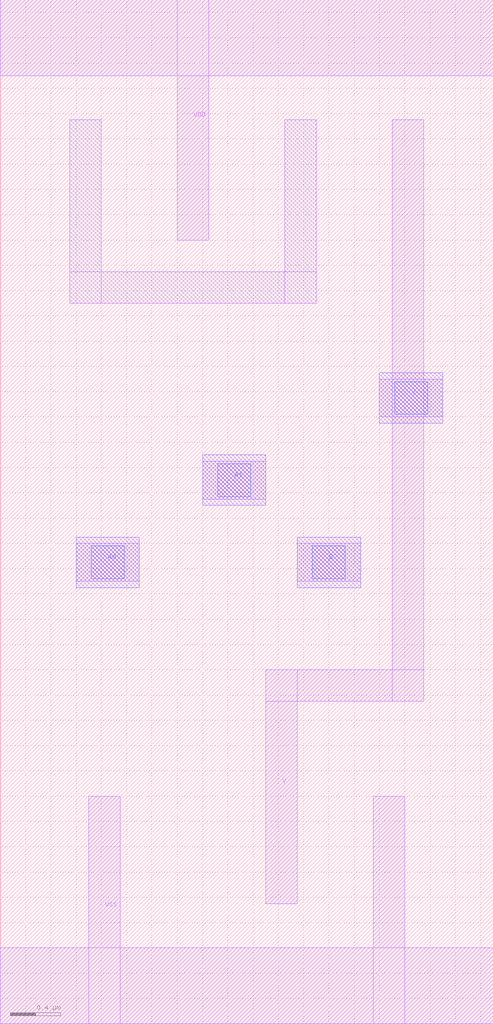
<source format=lef>
# Copyright 2022 Google LLC
# Licensed under the Apache License, Version 2.0 (the "License");
# you may not use this file except in compliance with the License.
# You may obtain a copy of the License at
#
#      http://www.apache.org/licenses/LICENSE-2.0
#
# Unless required by applicable law or agreed to in writing, software
# distributed under the License is distributed on an "AS IS" BASIS,
# WITHOUT WARRANTIES OR CONDITIONS OF ANY KIND, either express or implied.
# See the License for the specific language governing permissions and
# limitations under the License.
VERSION 5.7 ;
BUSBITCHARS "[]" ;
DIVIDERCHAR "/" ;

MACRO gf180mcu_osu_sc_gp12t3v3__aoi21_1
  CLASS CORE ;
  ORIGIN 0 0 ;
  FOREIGN gf180mcu_osu_sc_gp12t3v3__aoi21_1 0 0 ;
  SIZE 3.9 BY 8.1 ;
  SYMMETRY X Y ;
  SITE GF180_3p3_12t ;
  PIN VDD
    DIRECTION INOUT ;
    USE POWER ;
    SHAPE ABUTMENT ;
    PORT
      LAYER MET1 ;
        RECT 0 7.5 3.9 8.1 ;
        RECT 1.4 6.2 1.65 8.1 ;
    END
  END VDD
  PIN VSS
    DIRECTION INOUT ;
    USE GROUND ;
    PORT
      LAYER MET1 ;
        RECT 0 0 3.9 0.6 ;
        RECT 2.95 0 3.2 1.8 ;
        RECT 0.7 0 0.95 1.8 ;
    END
  END VSS
  PIN A0
    DIRECTION INPUT ;
    USE SIGNAL ;
    PORT
      LAYER MET1 ;
        RECT 0.6 3.5 1.1 3.8 ;
      LAYER MET2 ;
        RECT 0.6 3.45 1.1 3.85 ;
      LAYER VIA12 ;
        RECT 0.72 3.52 0.98 3.78 ;
    END
  END A0
  PIN A1
    DIRECTION INPUT ;
    USE SIGNAL ;
    PORT
      LAYER MET1 ;
        RECT 1.6 4.15 2.1 4.45 ;
      LAYER MET2 ;
        RECT 1.6 4.1 2.1 4.5 ;
      LAYER VIA12 ;
        RECT 1.72 4.17 1.98 4.43 ;
    END
  END A1
  PIN B
    DIRECTION INPUT ;
    USE SIGNAL ;
    PORT
      LAYER MET1 ;
        RECT 2.35 3.5 2.85 3.8 ;
      LAYER MET2 ;
        RECT 2.35 3.45 2.85 3.85 ;
      LAYER VIA12 ;
        RECT 2.47 3.52 2.73 3.78 ;
    END
  END B
  PIN Y
    DIRECTION OUTPUT ;
    USE SIGNAL ;
    PORT
      LAYER MET1 ;
        RECT 3 4.8 3.5 5.1 ;
        RECT 3.1 2.55 3.35 7.15 ;
        RECT 2.1 2.55 3.35 2.8 ;
        RECT 2.1 0.95 2.35 2.8 ;
      LAYER MET2 ;
        RECT 3 4.75 3.5 5.15 ;
      LAYER VIA12 ;
        RECT 3.12 4.82 3.38 5.08 ;
    END
  END Y
  OBS
    LAYER MET1 ;
      RECT 2.25 5.7 2.5 7.15 ;
      RECT 0.55 5.7 0.8 7.15 ;
      RECT 0.55 5.7 2.5 5.95 ;
  END
END gf180mcu_osu_sc_gp12t3v3__aoi21_1

</source>
